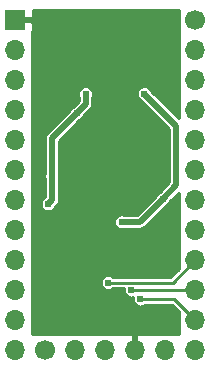
<source format=gbr>
%TF.GenerationSoftware,KiCad,Pcbnew,(5.1.9)-1*%
%TF.CreationDate,2021-07-11T13:39:40+02:00*%
%TF.ProjectId,TinyFPGA-A,54696e79-4650-4474-912d-412e6b696361,rev?*%
%TF.SameCoordinates,Original*%
%TF.FileFunction,Copper,L2,Bot*%
%TF.FilePolarity,Positive*%
%FSLAX46Y46*%
G04 Gerber Fmt 4.6, Leading zero omitted, Abs format (unit mm)*
G04 Created by KiCad (PCBNEW (5.1.9)-1) date 2021-07-11 13:39:40*
%MOMM*%
%LPD*%
G01*
G04 APERTURE LIST*
%TA.AperFunction,ComponentPad*%
%ADD10C,1.700000*%
%TD*%
%TA.AperFunction,ComponentPad*%
%ADD11O,1.700000X1.700000*%
%TD*%
%TA.AperFunction,ComponentPad*%
%ADD12R,1.700000X1.700000*%
%TD*%
%TA.AperFunction,ViaPad*%
%ADD13C,0.609600*%
%TD*%
%TA.AperFunction,Conductor*%
%ADD14C,0.508000*%
%TD*%
%TA.AperFunction,Conductor*%
%ADD15C,0.254000*%
%TD*%
%TA.AperFunction,Conductor*%
%ADD16C,0.100000*%
%TD*%
G04 APERTURE END LIST*
D10*
%TO.P,J3,1*%
%TO.N,/TMS*%
X83820000Y-147320000D03*
D11*
%TO.P,J3,2*%
%TO.N,/TCK*%
X86360000Y-147320000D03*
%TO.P,J3,3*%
%TO.N,/TDI*%
X88900000Y-147320000D03*
%TO.P,J3,4*%
%TO.N,GND*%
X91440000Y-147320000D03*
%TO.P,J3,5*%
%TO.N,/TDO*%
X93980000Y-147320000D03*
%TD*%
%TO.P,J2,12*%
%TO.N,/TDO*%
X96520000Y-147320000D03*
%TO.P,J2,11*%
%TO.N,/TDI*%
X96520000Y-144780000D03*
%TO.P,J2,10*%
%TO.N,/TCK*%
X96520000Y-142240000D03*
%TO.P,J2,9*%
%TO.N,/TMS*%
X96520000Y-139700000D03*
%TO.P,J2,8*%
%TO.N,/PL9A_PCLKT3_0*%
X96520000Y-137160000D03*
%TO.P,J2,7*%
%TO.N,/PL9B_PCLKC3_0*%
X96520000Y-134620000D03*
%TO.P,J2,6*%
%TO.N,/PB4C/CS*%
X96520000Y-132080000D03*
%TO.P,J2,5*%
%TO.N,/PB6C/SCLK*%
X96520000Y-129540000D03*
%TO.P,J2,4*%
%TO.N,/PB6D/MISO*%
X96520000Y-127000000D03*
%TO.P,J2,3*%
%TO.N,/PB9A_PCLKT2_0*%
X96520000Y-124460000D03*
%TO.P,J2,2*%
%TO.N,/PB9B_PCLKC2_0*%
X96520000Y-121920000D03*
D10*
%TO.P,J2,1*%
%TO.N,/EXT3v3*%
X96520000Y-119380000D03*
%TD*%
D12*
%TO.P,J1,1*%
%TO.N,GND*%
X81280000Y-119380000D03*
D11*
%TO.P,J1,2*%
%TO.N,/PB11A_PCLKT2_1*%
X81280000Y-121920000D03*
%TO.P,J1,3*%
%TO.N,/PB11B_PCLKC2_1*%
X81280000Y-124460000D03*
%TO.P,J1,4*%
%TO.N,/PB20C_SN*%
X81280000Y-127000000D03*
%TO.P,J1,5*%
%TO.N,/PB20D_MOSI*%
X81280000Y-129540000D03*
%TO.P,J1,6*%
%TO.N,/PR5D_PCLKC1_0*%
X81280000Y-132080000D03*
%TO.P,J1,7*%
%TO.N,/PR5C_PCLKT1_0*%
X81280000Y-134620000D03*
%TO.P,J1,8*%
%TO.N,/PT17D_DONE*%
X81280000Y-137160000D03*
%TO.P,J1,9*%
%TO.N,/PT15D_PROGRAMN*%
X81280000Y-139700000D03*
%TO.P,J1,10*%
%TO.N,/PT15C_JTAGENB*%
X81280000Y-142240000D03*
%TO.P,J1,11*%
%TO.N,/PT12D_SDA*%
X81280000Y-144780000D03*
%TO.P,J1,12*%
%TO.N,/PT12C_SCL*%
X81280000Y-147320000D03*
%TD*%
D13*
%TO.N,GND*%
X93662500Y-137223500D03*
X92646500Y-139827000D03*
X86042500Y-136398000D03*
X91630500Y-130111500D03*
X87122000Y-122745500D03*
X87122000Y-121285000D03*
X87122000Y-119824500D03*
X83693000Y-129032000D03*
X86106000Y-130111500D03*
X91313000Y-135318500D03*
X88200000Y-132205500D03*
X89662000Y-132207000D03*
X88200000Y-133605500D03*
X89600000Y-133605500D03*
%TO.N,+3V3*%
X87249000Y-125603000D03*
X86487000Y-127254000D03*
X92202000Y-125603000D03*
X90297000Y-136461500D03*
X84074000Y-134937500D03*
X94932500Y-131635500D03*
X93789500Y-134493000D03*
X84391500Y-132588000D03*
%TO.N,/TDI*%
X91884500Y-143002000D03*
%TO.N,/TCK*%
X91134500Y-142240000D03*
%TO.N,/TMS*%
X89150000Y-141605000D03*
%TD*%
D14*
%TO.N,GND*%
X91440000Y-147320000D02*
X91440000Y-145669000D01*
X81280000Y-119380000D02*
X83439000Y-119380000D01*
D15*
X88037500Y-132043000D02*
X88011000Y-132016500D01*
X89762500Y-132043000D02*
X89789000Y-132016500D01*
X88037500Y-133768000D02*
X88011000Y-133794500D01*
X89762500Y-133768000D02*
X89789000Y-133794500D01*
D14*
%TO.N,+3V3*%
X87249000Y-125603000D02*
X87249000Y-126492000D01*
X87249000Y-126492000D02*
X86487000Y-127254000D01*
X86487000Y-127254000D02*
X84391500Y-129349500D01*
X84391500Y-129349500D02*
X84391500Y-132588000D01*
X84391500Y-132588000D02*
X84391500Y-134620000D01*
X84391500Y-134620000D02*
X84074000Y-134937500D01*
X90297000Y-136461500D02*
X91821000Y-136461500D01*
X91821000Y-136461500D02*
X93789500Y-134493000D01*
X92202000Y-125603000D02*
X94932500Y-128333500D01*
X94932500Y-128333500D02*
X94932500Y-131635500D01*
X94932500Y-133350000D02*
X93789500Y-134493000D01*
X94932500Y-131635500D02*
X94932500Y-133350000D01*
D15*
%TO.N,/TDI*%
X96520000Y-144780000D02*
X94742000Y-143002000D01*
X94742000Y-143002000D02*
X91884500Y-143002000D01*
%TO.N,/TCK*%
X96520000Y-142240000D02*
X91134500Y-142240000D01*
%TO.N,/TMS*%
X96520000Y-139700000D02*
X94615000Y-141605000D01*
X94615000Y-141605000D02*
X89150000Y-141605000D01*
%TD*%
%TO.N,GND*%
X95123000Y-127702342D02*
X92788415Y-125367758D01*
X92761894Y-125303730D01*
X92692751Y-125200251D01*
X92604749Y-125112249D01*
X92501270Y-125043106D01*
X92386289Y-124995480D01*
X92264227Y-124971200D01*
X92139773Y-124971200D01*
X92017711Y-124995480D01*
X91902730Y-125043106D01*
X91799251Y-125112249D01*
X91711249Y-125200251D01*
X91642106Y-125303730D01*
X91594480Y-125418711D01*
X91570200Y-125540773D01*
X91570200Y-125665227D01*
X91594480Y-125787289D01*
X91642106Y-125902270D01*
X91711249Y-126005749D01*
X91799251Y-126093751D01*
X91902730Y-126162894D01*
X91966758Y-126189415D01*
X94351500Y-128574158D01*
X94351501Y-131387183D01*
X94324980Y-131451211D01*
X94300700Y-131573273D01*
X94300700Y-131697727D01*
X94324980Y-131819789D01*
X94351500Y-131883815D01*
X94351501Y-133109341D01*
X93554258Y-133906585D01*
X93490230Y-133933106D01*
X93386751Y-134002249D01*
X93298749Y-134090251D01*
X93229606Y-134193730D01*
X93203086Y-134257756D01*
X91580343Y-135880500D01*
X90545315Y-135880500D01*
X90481289Y-135853980D01*
X90359227Y-135829700D01*
X90234773Y-135829700D01*
X90112711Y-135853980D01*
X89997730Y-135901606D01*
X89894251Y-135970749D01*
X89806249Y-136058751D01*
X89737106Y-136162230D01*
X89689480Y-136277211D01*
X89665200Y-136399273D01*
X89665200Y-136523727D01*
X89689480Y-136645789D01*
X89737106Y-136760770D01*
X89806249Y-136864249D01*
X89894251Y-136952251D01*
X89997730Y-137021394D01*
X90112711Y-137069020D01*
X90234773Y-137093300D01*
X90359227Y-137093300D01*
X90481289Y-137069020D01*
X90545315Y-137042500D01*
X91792460Y-137042500D01*
X91821000Y-137045311D01*
X91849540Y-137042500D01*
X91934896Y-137034093D01*
X92044415Y-137000871D01*
X92145348Y-136946921D01*
X92233817Y-136874317D01*
X92252017Y-136852140D01*
X94024744Y-135079414D01*
X94088770Y-135052894D01*
X94192249Y-134983751D01*
X94280251Y-134895749D01*
X94349394Y-134792270D01*
X94375915Y-134728242D01*
X95123000Y-133981158D01*
X95123000Y-140454947D01*
X94426948Y-141151000D01*
X89589500Y-141151000D01*
X89552749Y-141114249D01*
X89449270Y-141045106D01*
X89334289Y-140997480D01*
X89212227Y-140973200D01*
X89087773Y-140973200D01*
X88965711Y-140997480D01*
X88850730Y-141045106D01*
X88747251Y-141114249D01*
X88659249Y-141202251D01*
X88590106Y-141305730D01*
X88542480Y-141420711D01*
X88518200Y-141542773D01*
X88518200Y-141667227D01*
X88542480Y-141789289D01*
X88590106Y-141904270D01*
X88659249Y-142007749D01*
X88747251Y-142095751D01*
X88850730Y-142164894D01*
X88965711Y-142212520D01*
X89087773Y-142236800D01*
X89212227Y-142236800D01*
X89334289Y-142212520D01*
X89449270Y-142164894D01*
X89552749Y-142095751D01*
X89589500Y-142059000D01*
X90526326Y-142059000D01*
X90502700Y-142177773D01*
X90502700Y-142302227D01*
X90526980Y-142424289D01*
X90574606Y-142539270D01*
X90643749Y-142642749D01*
X90731751Y-142730751D01*
X90835230Y-142799894D01*
X90950211Y-142847520D01*
X91072273Y-142871800D01*
X91196727Y-142871800D01*
X91269084Y-142857407D01*
X91252700Y-142939773D01*
X91252700Y-143064227D01*
X91276980Y-143186289D01*
X91324606Y-143301270D01*
X91393749Y-143404749D01*
X91481751Y-143492751D01*
X91585230Y-143561894D01*
X91700211Y-143609520D01*
X91822273Y-143633800D01*
X91946727Y-143633800D01*
X92068789Y-143609520D01*
X92183770Y-143561894D01*
X92287249Y-143492751D01*
X92324000Y-143456000D01*
X94553948Y-143456000D01*
X95123000Y-144025053D01*
X95123000Y-145923000D01*
X91943522Y-145923000D01*
X91796890Y-145878524D01*
X91712613Y-145923000D01*
X91167387Y-145923000D01*
X91083110Y-145878524D01*
X90936478Y-145923000D01*
X82677000Y-145923000D01*
X82677000Y-134875273D01*
X83442200Y-134875273D01*
X83442200Y-134999727D01*
X83466480Y-135121789D01*
X83514106Y-135236770D01*
X83583249Y-135340249D01*
X83671251Y-135428251D01*
X83774730Y-135497394D01*
X83889711Y-135545020D01*
X84011773Y-135569300D01*
X84136227Y-135569300D01*
X84258289Y-135545020D01*
X84373270Y-135497394D01*
X84476749Y-135428251D01*
X84564751Y-135340249D01*
X84633894Y-135236770D01*
X84660414Y-135172743D01*
X84782145Y-135051013D01*
X84804317Y-135032817D01*
X84876921Y-134944348D01*
X84930871Y-134843415D01*
X84964093Y-134733896D01*
X84972500Y-134648540D01*
X84975311Y-134620000D01*
X84972500Y-134591460D01*
X84972500Y-132836315D01*
X84999020Y-132772289D01*
X85023300Y-132650227D01*
X85023300Y-132525773D01*
X84999020Y-132403711D01*
X84972500Y-132339685D01*
X84972500Y-129590157D01*
X86722244Y-127840414D01*
X86786270Y-127813894D01*
X86889749Y-127744751D01*
X86977751Y-127656749D01*
X87046894Y-127553270D01*
X87073414Y-127489243D01*
X87639650Y-126923009D01*
X87661817Y-126904817D01*
X87734421Y-126816348D01*
X87788371Y-126715415D01*
X87821593Y-126605896D01*
X87830000Y-126520540D01*
X87832811Y-126492000D01*
X87830000Y-126463460D01*
X87830000Y-125851315D01*
X87856520Y-125787289D01*
X87880800Y-125665227D01*
X87880800Y-125540773D01*
X87856520Y-125418711D01*
X87808894Y-125303730D01*
X87739751Y-125200251D01*
X87651749Y-125112249D01*
X87548270Y-125043106D01*
X87433289Y-124995480D01*
X87311227Y-124971200D01*
X87186773Y-124971200D01*
X87064711Y-124995480D01*
X86949730Y-125043106D01*
X86846251Y-125112249D01*
X86758249Y-125200251D01*
X86689106Y-125303730D01*
X86641480Y-125418711D01*
X86617200Y-125540773D01*
X86617200Y-125665227D01*
X86641480Y-125787289D01*
X86668000Y-125851315D01*
X86668000Y-126251341D01*
X86251757Y-126667586D01*
X86187730Y-126694106D01*
X86084251Y-126763249D01*
X85996249Y-126851251D01*
X85927106Y-126954730D01*
X85900586Y-127018756D01*
X84000860Y-128918483D01*
X83978683Y-128936683D01*
X83906080Y-129025152D01*
X83906079Y-129025153D01*
X83852129Y-129126086D01*
X83818907Y-129235605D01*
X83807689Y-129349500D01*
X83810500Y-129378040D01*
X83810501Y-132339683D01*
X83783980Y-132403711D01*
X83759700Y-132525773D01*
X83759700Y-132650227D01*
X83783980Y-132772289D01*
X83810500Y-132836315D01*
X83810501Y-134362789D01*
X83774730Y-134377606D01*
X83671251Y-134446749D01*
X83583249Y-134534751D01*
X83514106Y-134638230D01*
X83466480Y-134753211D01*
X83442200Y-134875273D01*
X82677000Y-134875273D01*
X82677000Y-120553694D01*
X82719502Y-120474180D01*
X82755812Y-120354482D01*
X82768072Y-120230000D01*
X82765000Y-119665750D01*
X82677000Y-119577750D01*
X82677000Y-119182250D01*
X82765000Y-119094250D01*
X82768072Y-118530000D01*
X82766299Y-118512000D01*
X95123000Y-118512000D01*
X95123000Y-127702342D01*
%TA.AperFunction,Conductor*%
D16*
G36*
X95123000Y-127702342D02*
G01*
X92788415Y-125367758D01*
X92761894Y-125303730D01*
X92692751Y-125200251D01*
X92604749Y-125112249D01*
X92501270Y-125043106D01*
X92386289Y-124995480D01*
X92264227Y-124971200D01*
X92139773Y-124971200D01*
X92017711Y-124995480D01*
X91902730Y-125043106D01*
X91799251Y-125112249D01*
X91711249Y-125200251D01*
X91642106Y-125303730D01*
X91594480Y-125418711D01*
X91570200Y-125540773D01*
X91570200Y-125665227D01*
X91594480Y-125787289D01*
X91642106Y-125902270D01*
X91711249Y-126005749D01*
X91799251Y-126093751D01*
X91902730Y-126162894D01*
X91966758Y-126189415D01*
X94351500Y-128574158D01*
X94351501Y-131387183D01*
X94324980Y-131451211D01*
X94300700Y-131573273D01*
X94300700Y-131697727D01*
X94324980Y-131819789D01*
X94351500Y-131883815D01*
X94351501Y-133109341D01*
X93554258Y-133906585D01*
X93490230Y-133933106D01*
X93386751Y-134002249D01*
X93298749Y-134090251D01*
X93229606Y-134193730D01*
X93203086Y-134257756D01*
X91580343Y-135880500D01*
X90545315Y-135880500D01*
X90481289Y-135853980D01*
X90359227Y-135829700D01*
X90234773Y-135829700D01*
X90112711Y-135853980D01*
X89997730Y-135901606D01*
X89894251Y-135970749D01*
X89806249Y-136058751D01*
X89737106Y-136162230D01*
X89689480Y-136277211D01*
X89665200Y-136399273D01*
X89665200Y-136523727D01*
X89689480Y-136645789D01*
X89737106Y-136760770D01*
X89806249Y-136864249D01*
X89894251Y-136952251D01*
X89997730Y-137021394D01*
X90112711Y-137069020D01*
X90234773Y-137093300D01*
X90359227Y-137093300D01*
X90481289Y-137069020D01*
X90545315Y-137042500D01*
X91792460Y-137042500D01*
X91821000Y-137045311D01*
X91849540Y-137042500D01*
X91934896Y-137034093D01*
X92044415Y-137000871D01*
X92145348Y-136946921D01*
X92233817Y-136874317D01*
X92252017Y-136852140D01*
X94024744Y-135079414D01*
X94088770Y-135052894D01*
X94192249Y-134983751D01*
X94280251Y-134895749D01*
X94349394Y-134792270D01*
X94375915Y-134728242D01*
X95123000Y-133981158D01*
X95123000Y-140454947D01*
X94426948Y-141151000D01*
X89589500Y-141151000D01*
X89552749Y-141114249D01*
X89449270Y-141045106D01*
X89334289Y-140997480D01*
X89212227Y-140973200D01*
X89087773Y-140973200D01*
X88965711Y-140997480D01*
X88850730Y-141045106D01*
X88747251Y-141114249D01*
X88659249Y-141202251D01*
X88590106Y-141305730D01*
X88542480Y-141420711D01*
X88518200Y-141542773D01*
X88518200Y-141667227D01*
X88542480Y-141789289D01*
X88590106Y-141904270D01*
X88659249Y-142007749D01*
X88747251Y-142095751D01*
X88850730Y-142164894D01*
X88965711Y-142212520D01*
X89087773Y-142236800D01*
X89212227Y-142236800D01*
X89334289Y-142212520D01*
X89449270Y-142164894D01*
X89552749Y-142095751D01*
X89589500Y-142059000D01*
X90526326Y-142059000D01*
X90502700Y-142177773D01*
X90502700Y-142302227D01*
X90526980Y-142424289D01*
X90574606Y-142539270D01*
X90643749Y-142642749D01*
X90731751Y-142730751D01*
X90835230Y-142799894D01*
X90950211Y-142847520D01*
X91072273Y-142871800D01*
X91196727Y-142871800D01*
X91269084Y-142857407D01*
X91252700Y-142939773D01*
X91252700Y-143064227D01*
X91276980Y-143186289D01*
X91324606Y-143301270D01*
X91393749Y-143404749D01*
X91481751Y-143492751D01*
X91585230Y-143561894D01*
X91700211Y-143609520D01*
X91822273Y-143633800D01*
X91946727Y-143633800D01*
X92068789Y-143609520D01*
X92183770Y-143561894D01*
X92287249Y-143492751D01*
X92324000Y-143456000D01*
X94553948Y-143456000D01*
X95123000Y-144025053D01*
X95123000Y-145923000D01*
X91943522Y-145923000D01*
X91796890Y-145878524D01*
X91712613Y-145923000D01*
X91167387Y-145923000D01*
X91083110Y-145878524D01*
X90936478Y-145923000D01*
X82677000Y-145923000D01*
X82677000Y-134875273D01*
X83442200Y-134875273D01*
X83442200Y-134999727D01*
X83466480Y-135121789D01*
X83514106Y-135236770D01*
X83583249Y-135340249D01*
X83671251Y-135428251D01*
X83774730Y-135497394D01*
X83889711Y-135545020D01*
X84011773Y-135569300D01*
X84136227Y-135569300D01*
X84258289Y-135545020D01*
X84373270Y-135497394D01*
X84476749Y-135428251D01*
X84564751Y-135340249D01*
X84633894Y-135236770D01*
X84660414Y-135172743D01*
X84782145Y-135051013D01*
X84804317Y-135032817D01*
X84876921Y-134944348D01*
X84930871Y-134843415D01*
X84964093Y-134733896D01*
X84972500Y-134648540D01*
X84975311Y-134620000D01*
X84972500Y-134591460D01*
X84972500Y-132836315D01*
X84999020Y-132772289D01*
X85023300Y-132650227D01*
X85023300Y-132525773D01*
X84999020Y-132403711D01*
X84972500Y-132339685D01*
X84972500Y-129590157D01*
X86722244Y-127840414D01*
X86786270Y-127813894D01*
X86889749Y-127744751D01*
X86977751Y-127656749D01*
X87046894Y-127553270D01*
X87073414Y-127489243D01*
X87639650Y-126923009D01*
X87661817Y-126904817D01*
X87734421Y-126816348D01*
X87788371Y-126715415D01*
X87821593Y-126605896D01*
X87830000Y-126520540D01*
X87832811Y-126492000D01*
X87830000Y-126463460D01*
X87830000Y-125851315D01*
X87856520Y-125787289D01*
X87880800Y-125665227D01*
X87880800Y-125540773D01*
X87856520Y-125418711D01*
X87808894Y-125303730D01*
X87739751Y-125200251D01*
X87651749Y-125112249D01*
X87548270Y-125043106D01*
X87433289Y-124995480D01*
X87311227Y-124971200D01*
X87186773Y-124971200D01*
X87064711Y-124995480D01*
X86949730Y-125043106D01*
X86846251Y-125112249D01*
X86758249Y-125200251D01*
X86689106Y-125303730D01*
X86641480Y-125418711D01*
X86617200Y-125540773D01*
X86617200Y-125665227D01*
X86641480Y-125787289D01*
X86668000Y-125851315D01*
X86668000Y-126251341D01*
X86251757Y-126667586D01*
X86187730Y-126694106D01*
X86084251Y-126763249D01*
X85996249Y-126851251D01*
X85927106Y-126954730D01*
X85900586Y-127018756D01*
X84000860Y-128918483D01*
X83978683Y-128936683D01*
X83906080Y-129025152D01*
X83906079Y-129025153D01*
X83852129Y-129126086D01*
X83818907Y-129235605D01*
X83807689Y-129349500D01*
X83810500Y-129378040D01*
X83810501Y-132339683D01*
X83783980Y-132403711D01*
X83759700Y-132525773D01*
X83759700Y-132650227D01*
X83783980Y-132772289D01*
X83810500Y-132836315D01*
X83810501Y-134362789D01*
X83774730Y-134377606D01*
X83671251Y-134446749D01*
X83583249Y-134534751D01*
X83514106Y-134638230D01*
X83466480Y-134753211D01*
X83442200Y-134875273D01*
X82677000Y-134875273D01*
X82677000Y-120553694D01*
X82719502Y-120474180D01*
X82755812Y-120354482D01*
X82768072Y-120230000D01*
X82765000Y-119665750D01*
X82677000Y-119577750D01*
X82677000Y-119182250D01*
X82765000Y-119094250D01*
X82768072Y-118530000D01*
X82766299Y-118512000D01*
X95123000Y-118512000D01*
X95123000Y-127702342D01*
G37*
%TD.AperFunction*%
%TD*%
M02*

</source>
